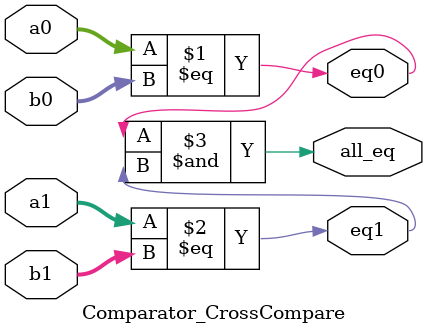
<source format=sv>
module Comparator_CrossCompare #(parameter WIDTH = 16) (
    input  [WIDTH-1:0] a0,b0,a1,b1, // 两组输入对
    output             eq0,eq1,     // 独立比较结果
    output             all_eq       // 全等信号
);
    assign eq0 = (a0 == b0);
    assign eq1 = (a1 == b1);
    assign all_eq = eq0 & eq1;
endmodule
</source>
